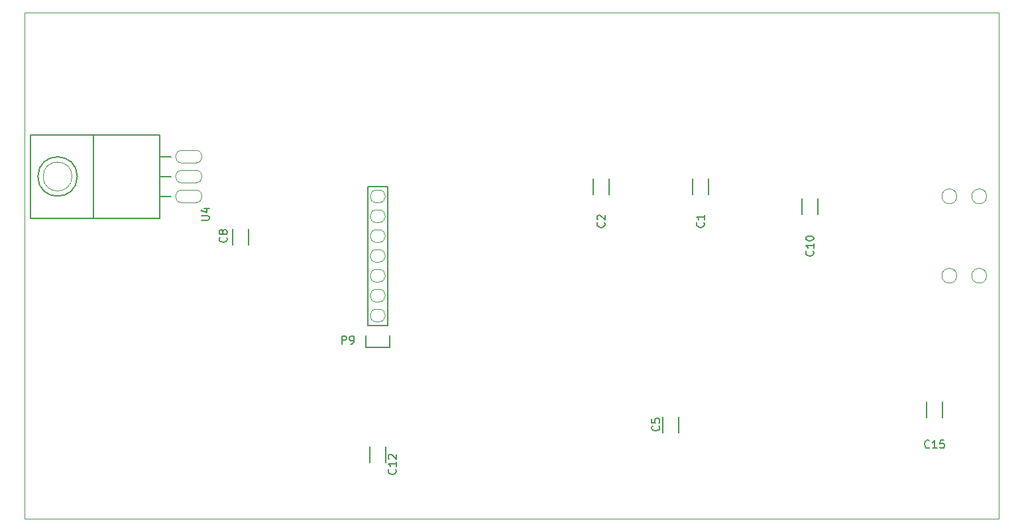
<source format=gbr>
G04 #@! TF.FileFunction,Legend,Top*
%FSLAX46Y46*%
G04 Gerber Fmt 4.6, Leading zero omitted, Abs format (unit mm)*
G04 Created by KiCad (PCBNEW (after 2015-mar-04 BZR unknown)-product) date Thu 24 Nov 2016 20:55:00 CET*
%MOMM*%
G01*
G04 APERTURE LIST*
%ADD10C,0.100000*%
%ADD11C,0.150000*%
G04 APERTURE END LIST*
D10*
X63500000Y-117475000D02*
X63500000Y-52705000D01*
X187960000Y-117475000D02*
X63500000Y-117475000D01*
X187960000Y-52705000D02*
X187960000Y-117475000D01*
X63500000Y-52705000D02*
X187960000Y-52705000D01*
D11*
X138185000Y-75930000D02*
X138185000Y-73930000D01*
X136135000Y-73930000D02*
X136135000Y-75930000D01*
X150885000Y-75930000D02*
X150885000Y-73930000D01*
X148835000Y-73930000D02*
X148835000Y-75930000D01*
X164855000Y-78470000D02*
X164855000Y-76470000D01*
X162805000Y-76470000D02*
X162805000Y-78470000D01*
X107315000Y-92710000D02*
X107315000Y-74930000D01*
X107315000Y-74930000D02*
X109855000Y-74930000D01*
X109855000Y-74930000D02*
X109855000Y-92710000D01*
X107035000Y-95530000D02*
X107035000Y-93980000D01*
X107315000Y-92710000D02*
X109855000Y-92710000D01*
X110135000Y-93980000D02*
X110135000Y-95530000D01*
X110135000Y-95530000D02*
X107035000Y-95530000D01*
X80772000Y-76200000D02*
X82169000Y-76200000D01*
X80772000Y-73660000D02*
X82169000Y-73660000D01*
X80772000Y-71120000D02*
X82169000Y-71120000D01*
X70205472Y-73660000D02*
G75*
G03X70205472Y-73660000I-2514472J0D01*
G01*
X72263000Y-68326000D02*
X64262000Y-68326000D01*
X64262000Y-68326000D02*
X64262000Y-78994000D01*
X64262000Y-78994000D02*
X72263000Y-78994000D01*
X80772000Y-68326000D02*
X72263000Y-68326000D01*
X72263000Y-68326000D02*
X72263000Y-78994000D01*
X72263000Y-78994000D02*
X80772000Y-78994000D01*
X80772000Y-73660000D02*
X80772000Y-78994000D01*
X80772000Y-73660000D02*
X80772000Y-68326000D01*
X145025000Y-104410000D02*
X145025000Y-106410000D01*
X147075000Y-106410000D02*
X147075000Y-104410000D01*
X109610000Y-110220000D02*
X109610000Y-108220000D01*
X107560000Y-108220000D02*
X107560000Y-110220000D01*
X180730000Y-104505000D02*
X180730000Y-102505000D01*
X178680000Y-102505000D02*
X178680000Y-104505000D01*
X92084000Y-82407000D02*
X92084000Y-80407000D01*
X90034000Y-80407000D02*
X90034000Y-82407000D01*
D10*
X108737400Y-90626400D02*
X108432600Y-90626400D01*
X108737400Y-92253600D02*
X108432600Y-92253600D01*
X108432600Y-90626400D02*
G75*
G03X108432600Y-92253600I0J-813600D01*
G01*
X108737400Y-92253600D02*
G75*
G03X108737400Y-90626400I0J813600D01*
G01*
X108737400Y-88086400D02*
X108432600Y-88086400D01*
X108737400Y-89713600D02*
X108432600Y-89713600D01*
X108432600Y-88086400D02*
G75*
G03X108432600Y-89713600I0J-813600D01*
G01*
X108737400Y-89713600D02*
G75*
G03X108737400Y-88086400I0J813600D01*
G01*
X108737400Y-85546400D02*
X108432600Y-85546400D01*
X108737400Y-87173600D02*
X108432600Y-87173600D01*
X108432600Y-85546400D02*
G75*
G03X108432600Y-87173600I0J-813600D01*
G01*
X108737400Y-87173600D02*
G75*
G03X108737400Y-85546400I0J813600D01*
G01*
X108737400Y-83006400D02*
X108432600Y-83006400D01*
X108737400Y-84633600D02*
X108432600Y-84633600D01*
X108432600Y-83006400D02*
G75*
G03X108432600Y-84633600I0J-813600D01*
G01*
X108737400Y-84633600D02*
G75*
G03X108737400Y-83006400I0J813600D01*
G01*
X108737400Y-80466400D02*
X108432600Y-80466400D01*
X108737400Y-82093600D02*
X108432600Y-82093600D01*
X108432600Y-80466400D02*
G75*
G03X108432600Y-82093600I0J-813600D01*
G01*
X108737400Y-82093600D02*
G75*
G03X108737400Y-80466400I0J813600D01*
G01*
X108737400Y-77926400D02*
X108432600Y-77926400D01*
X108737400Y-79553600D02*
X108432600Y-79553600D01*
X108432600Y-77926400D02*
G75*
G03X108432600Y-79553600I0J-813600D01*
G01*
X108737400Y-79553600D02*
G75*
G03X108737400Y-77926400I0J813600D01*
G01*
X108737400Y-75386400D02*
X108432600Y-75386400D01*
X108737400Y-77013600D02*
X108432600Y-77013600D01*
X108432600Y-75386400D02*
G75*
G03X108432600Y-77013600I0J-813600D01*
G01*
X108737400Y-77013600D02*
G75*
G03X108737400Y-75386400I0J813600D01*
G01*
X85355430Y-72860370D02*
X83554570Y-72860370D01*
X85355430Y-74459630D02*
X83554570Y-74459630D01*
X83554570Y-72860370D02*
G75*
G03X83554570Y-74459630I0J-799630D01*
G01*
X85355430Y-74459630D02*
G75*
G03X85355430Y-72860370I0J799630D01*
G01*
X85355430Y-75400370D02*
X83554570Y-75400370D01*
X85355430Y-76999630D02*
X83554570Y-76999630D01*
X83554570Y-75400370D02*
G75*
G03X83554570Y-76999630I0J-799630D01*
G01*
X85355430Y-76999630D02*
G75*
G03X85355430Y-75400370I0J799630D01*
G01*
X85355430Y-70320370D02*
X83554570Y-70320370D01*
X85355430Y-71919630D02*
X83554570Y-71919630D01*
X83554570Y-70320370D02*
G75*
G03X83554570Y-71919630I0J-799630D01*
G01*
X85355430Y-71919630D02*
G75*
G03X85355430Y-70320370I0J799630D01*
G01*
X69540920Y-73660000D02*
G75*
G03X69540920Y-73660000I-1849920J0D01*
G01*
X182559490Y-86360000D02*
G75*
G03X182559490Y-86360000I-949490J0D01*
G01*
X182559490Y-76200000D02*
G75*
G03X182559490Y-76200000I-949490J0D01*
G01*
X186369490Y-86360000D02*
G75*
G03X186369490Y-86360000I-949490J0D01*
G01*
X186369490Y-76200000D02*
G75*
G03X186369490Y-76200000I-949490J0D01*
G01*
D11*
X137517143Y-79541666D02*
X137564762Y-79589285D01*
X137612381Y-79732142D01*
X137612381Y-79827380D01*
X137564762Y-79970238D01*
X137469524Y-80065476D01*
X137374286Y-80113095D01*
X137183810Y-80160714D01*
X137040952Y-80160714D01*
X136850476Y-80113095D01*
X136755238Y-80065476D01*
X136660000Y-79970238D01*
X136612381Y-79827380D01*
X136612381Y-79732142D01*
X136660000Y-79589285D01*
X136707619Y-79541666D01*
X136707619Y-79160714D02*
X136660000Y-79113095D01*
X136612381Y-79017857D01*
X136612381Y-78779761D01*
X136660000Y-78684523D01*
X136707619Y-78636904D01*
X136802857Y-78589285D01*
X136898095Y-78589285D01*
X137040952Y-78636904D01*
X137612381Y-79208333D01*
X137612381Y-78589285D01*
X150217143Y-79541666D02*
X150264762Y-79589285D01*
X150312381Y-79732142D01*
X150312381Y-79827380D01*
X150264762Y-79970238D01*
X150169524Y-80065476D01*
X150074286Y-80113095D01*
X149883810Y-80160714D01*
X149740952Y-80160714D01*
X149550476Y-80113095D01*
X149455238Y-80065476D01*
X149360000Y-79970238D01*
X149312381Y-79827380D01*
X149312381Y-79732142D01*
X149360000Y-79589285D01*
X149407619Y-79541666D01*
X150312381Y-78589285D02*
X150312381Y-79160714D01*
X150312381Y-78875000D02*
X149312381Y-78875000D01*
X149455238Y-78970238D01*
X149550476Y-79065476D01*
X149598095Y-79160714D01*
X164187143Y-83192857D02*
X164234762Y-83240476D01*
X164282381Y-83383333D01*
X164282381Y-83478571D01*
X164234762Y-83621429D01*
X164139524Y-83716667D01*
X164044286Y-83764286D01*
X163853810Y-83811905D01*
X163710952Y-83811905D01*
X163520476Y-83764286D01*
X163425238Y-83716667D01*
X163330000Y-83621429D01*
X163282381Y-83478571D01*
X163282381Y-83383333D01*
X163330000Y-83240476D01*
X163377619Y-83192857D01*
X164282381Y-82240476D02*
X164282381Y-82811905D01*
X164282381Y-82526191D02*
X163282381Y-82526191D01*
X163425238Y-82621429D01*
X163520476Y-82716667D01*
X163568095Y-82811905D01*
X163282381Y-81621429D02*
X163282381Y-81526190D01*
X163330000Y-81430952D01*
X163377619Y-81383333D01*
X163472857Y-81335714D01*
X163663333Y-81288095D01*
X163901429Y-81288095D01*
X164091905Y-81335714D01*
X164187143Y-81383333D01*
X164234762Y-81430952D01*
X164282381Y-81526190D01*
X164282381Y-81621429D01*
X164234762Y-81716667D01*
X164187143Y-81764286D01*
X164091905Y-81811905D01*
X163901429Y-81859524D01*
X163663333Y-81859524D01*
X163472857Y-81811905D01*
X163377619Y-81764286D01*
X163330000Y-81716667D01*
X163282381Y-81621429D01*
X104036905Y-95067381D02*
X104036905Y-94067381D01*
X104417858Y-94067381D01*
X104513096Y-94115000D01*
X104560715Y-94162619D01*
X104608334Y-94257857D01*
X104608334Y-94400714D01*
X104560715Y-94495952D01*
X104513096Y-94543571D01*
X104417858Y-94591190D01*
X104036905Y-94591190D01*
X105084524Y-95067381D02*
X105275000Y-95067381D01*
X105370239Y-95019762D01*
X105417858Y-94972143D01*
X105513096Y-94829286D01*
X105560715Y-94638810D01*
X105560715Y-94257857D01*
X105513096Y-94162619D01*
X105465477Y-94115000D01*
X105370239Y-94067381D01*
X105179762Y-94067381D01*
X105084524Y-94115000D01*
X105036905Y-94162619D01*
X104989286Y-94257857D01*
X104989286Y-94495952D01*
X105036905Y-94591190D01*
X105084524Y-94638810D01*
X105179762Y-94686429D01*
X105370239Y-94686429D01*
X105465477Y-94638810D01*
X105513096Y-94591190D01*
X105560715Y-94495952D01*
X86066381Y-79247905D02*
X86875905Y-79247905D01*
X86971143Y-79200286D01*
X87018762Y-79152667D01*
X87066381Y-79057429D01*
X87066381Y-78866952D01*
X87018762Y-78771714D01*
X86971143Y-78724095D01*
X86875905Y-78676476D01*
X86066381Y-78676476D01*
X86399714Y-77771714D02*
X87066381Y-77771714D01*
X86018762Y-78009810D02*
X86733048Y-78247905D01*
X86733048Y-77628857D01*
X144502143Y-105576666D02*
X144549762Y-105624285D01*
X144597381Y-105767142D01*
X144597381Y-105862380D01*
X144549762Y-106005238D01*
X144454524Y-106100476D01*
X144359286Y-106148095D01*
X144168810Y-106195714D01*
X144025952Y-106195714D01*
X143835476Y-106148095D01*
X143740238Y-106100476D01*
X143645000Y-106005238D01*
X143597381Y-105862380D01*
X143597381Y-105767142D01*
X143645000Y-105624285D01*
X143692619Y-105576666D01*
X143597381Y-104671904D02*
X143597381Y-105148095D01*
X144073571Y-105195714D01*
X144025952Y-105148095D01*
X143978333Y-105052857D01*
X143978333Y-104814761D01*
X144025952Y-104719523D01*
X144073571Y-104671904D01*
X144168810Y-104624285D01*
X144406905Y-104624285D01*
X144502143Y-104671904D01*
X144549762Y-104719523D01*
X144597381Y-104814761D01*
X144597381Y-105052857D01*
X144549762Y-105148095D01*
X144502143Y-105195714D01*
X110847143Y-111132857D02*
X110894762Y-111180476D01*
X110942381Y-111323333D01*
X110942381Y-111418571D01*
X110894762Y-111561429D01*
X110799524Y-111656667D01*
X110704286Y-111704286D01*
X110513810Y-111751905D01*
X110370952Y-111751905D01*
X110180476Y-111704286D01*
X110085238Y-111656667D01*
X109990000Y-111561429D01*
X109942381Y-111418571D01*
X109942381Y-111323333D01*
X109990000Y-111180476D01*
X110037619Y-111132857D01*
X110942381Y-110180476D02*
X110942381Y-110751905D01*
X110942381Y-110466191D02*
X109942381Y-110466191D01*
X110085238Y-110561429D01*
X110180476Y-110656667D01*
X110228095Y-110751905D01*
X110037619Y-109799524D02*
X109990000Y-109751905D01*
X109942381Y-109656667D01*
X109942381Y-109418571D01*
X109990000Y-109323333D01*
X110037619Y-109275714D01*
X110132857Y-109228095D01*
X110228095Y-109228095D01*
X110370952Y-109275714D01*
X110942381Y-109847143D01*
X110942381Y-109228095D01*
X179062143Y-108307143D02*
X179014524Y-108354762D01*
X178871667Y-108402381D01*
X178776429Y-108402381D01*
X178633571Y-108354762D01*
X178538333Y-108259524D01*
X178490714Y-108164286D01*
X178443095Y-107973810D01*
X178443095Y-107830952D01*
X178490714Y-107640476D01*
X178538333Y-107545238D01*
X178633571Y-107450000D01*
X178776429Y-107402381D01*
X178871667Y-107402381D01*
X179014524Y-107450000D01*
X179062143Y-107497619D01*
X180014524Y-108402381D02*
X179443095Y-108402381D01*
X179728809Y-108402381D02*
X179728809Y-107402381D01*
X179633571Y-107545238D01*
X179538333Y-107640476D01*
X179443095Y-107688095D01*
X180919286Y-107402381D02*
X180443095Y-107402381D01*
X180395476Y-107878571D01*
X180443095Y-107830952D01*
X180538333Y-107783333D01*
X180776429Y-107783333D01*
X180871667Y-107830952D01*
X180919286Y-107878571D01*
X180966905Y-107973810D01*
X180966905Y-108211905D01*
X180919286Y-108307143D01*
X180871667Y-108354762D01*
X180776429Y-108402381D01*
X180538333Y-108402381D01*
X180443095Y-108354762D01*
X180395476Y-108307143D01*
X89257143Y-81446666D02*
X89304762Y-81494285D01*
X89352381Y-81637142D01*
X89352381Y-81732380D01*
X89304762Y-81875238D01*
X89209524Y-81970476D01*
X89114286Y-82018095D01*
X88923810Y-82065714D01*
X88780952Y-82065714D01*
X88590476Y-82018095D01*
X88495238Y-81970476D01*
X88400000Y-81875238D01*
X88352381Y-81732380D01*
X88352381Y-81637142D01*
X88400000Y-81494285D01*
X88447619Y-81446666D01*
X88780952Y-80875238D02*
X88733333Y-80970476D01*
X88685714Y-81018095D01*
X88590476Y-81065714D01*
X88542857Y-81065714D01*
X88447619Y-81018095D01*
X88400000Y-80970476D01*
X88352381Y-80875238D01*
X88352381Y-80684761D01*
X88400000Y-80589523D01*
X88447619Y-80541904D01*
X88542857Y-80494285D01*
X88590476Y-80494285D01*
X88685714Y-80541904D01*
X88733333Y-80589523D01*
X88780952Y-80684761D01*
X88780952Y-80875238D01*
X88828571Y-80970476D01*
X88876190Y-81018095D01*
X88971429Y-81065714D01*
X89161905Y-81065714D01*
X89257143Y-81018095D01*
X89304762Y-80970476D01*
X89352381Y-80875238D01*
X89352381Y-80684761D01*
X89304762Y-80589523D01*
X89257143Y-80541904D01*
X89161905Y-80494285D01*
X88971429Y-80494285D01*
X88876190Y-80541904D01*
X88828571Y-80589523D01*
X88780952Y-80684761D01*
M02*

</source>
